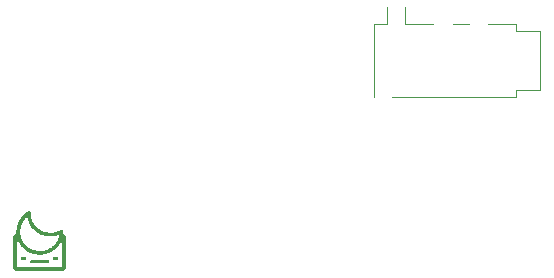
<source format=gbr>
%TF.GenerationSoftware,KiCad,Pcbnew,(6.0.9-0)*%
%TF.CreationDate,2022-12-12T21:53:38+09:00*%
%TF.ProjectId,moonkey,6d6f6f6e-6b65-4792-9e6b-696361645f70,rev?*%
%TF.SameCoordinates,Original*%
%TF.FileFunction,Legend,Bot*%
%TF.FilePolarity,Positive*%
%FSLAX46Y46*%
G04 Gerber Fmt 4.6, Leading zero omitted, Abs format (unit mm)*
G04 Created by KiCad (PCBNEW (6.0.9-0)) date 2022-12-12 21:53:38*
%MOMM*%
%LPD*%
G01*
G04 APERTURE LIST*
%ADD10C,0.000000*%
%ADD11C,0.120000*%
G04 APERTURE END LIST*
D10*
G36*
X117166821Y-149980197D02*
G01*
X117174878Y-149980811D01*
X117182818Y-149981821D01*
X117190631Y-149983218D01*
X117198308Y-149984993D01*
X117205839Y-149987133D01*
X117213213Y-149989631D01*
X117220420Y-149992476D01*
X117227451Y-149995657D01*
X117234296Y-149999165D01*
X117240944Y-150002990D01*
X117247385Y-150007121D01*
X117253610Y-150011549D01*
X117259608Y-150016264D01*
X117265369Y-150021256D01*
X117270884Y-150026514D01*
X117276143Y-150032029D01*
X117281134Y-150037790D01*
X117285849Y-150043788D01*
X117290277Y-150050013D01*
X117294409Y-150056454D01*
X117298233Y-150063102D01*
X117301741Y-150069947D01*
X117304923Y-150076978D01*
X117307767Y-150084185D01*
X117310265Y-150091560D01*
X117312406Y-150099090D01*
X117314180Y-150106767D01*
X117315577Y-150114581D01*
X117316588Y-150122521D01*
X117317201Y-150130577D01*
X117317408Y-150138740D01*
X117317201Y-150146906D01*
X117316588Y-150154964D01*
X117315577Y-150162906D01*
X117314180Y-150170721D01*
X117312406Y-150178399D01*
X117310265Y-150185931D01*
X117307767Y-150193306D01*
X117304923Y-150200514D01*
X117301741Y-150207545D01*
X117298233Y-150214390D01*
X117294409Y-150221038D01*
X117290277Y-150227479D01*
X117285849Y-150233704D01*
X117281134Y-150239701D01*
X117276143Y-150245462D01*
X117270884Y-150250977D01*
X117265369Y-150256234D01*
X117259608Y-150261225D01*
X117253610Y-150265939D01*
X117247385Y-150270366D01*
X117240944Y-150274497D01*
X117234296Y-150278321D01*
X117227451Y-150281828D01*
X117220420Y-150285009D01*
X117213213Y-150287852D01*
X117205839Y-150290349D01*
X117198308Y-150292490D01*
X117190631Y-150294263D01*
X117182818Y-150295660D01*
X117174878Y-150296670D01*
X117166821Y-150297283D01*
X117158658Y-150297490D01*
X116999908Y-150297490D01*
X116991743Y-150297283D01*
X116983684Y-150296670D01*
X116975743Y-150295660D01*
X116967928Y-150294263D01*
X116960249Y-150292490D01*
X116952718Y-150290349D01*
X116945343Y-150287852D01*
X116938135Y-150285009D01*
X116931103Y-150281828D01*
X116924259Y-150278321D01*
X116917611Y-150274497D01*
X116911169Y-150270366D01*
X116904945Y-150265939D01*
X116898947Y-150261225D01*
X116893186Y-150256234D01*
X116887672Y-150250977D01*
X116882414Y-150245462D01*
X116877424Y-150239701D01*
X116872709Y-150233704D01*
X116868282Y-150227479D01*
X116864152Y-150221038D01*
X116860328Y-150214390D01*
X116856820Y-150207545D01*
X116853640Y-150200514D01*
X116850796Y-150193306D01*
X116848299Y-150185931D01*
X116846159Y-150178399D01*
X116844385Y-150170721D01*
X116842989Y-150162906D01*
X116841978Y-150154964D01*
X116841365Y-150146906D01*
X116841158Y-150138740D01*
X116841365Y-150130577D01*
X116841978Y-150122521D01*
X116842989Y-150114581D01*
X116844385Y-150106767D01*
X116846159Y-150099090D01*
X116848299Y-150091560D01*
X116850796Y-150084185D01*
X116853640Y-150076978D01*
X116856820Y-150069947D01*
X116860328Y-150063102D01*
X116864152Y-150056454D01*
X116868282Y-150050013D01*
X116872709Y-150043788D01*
X116877424Y-150037790D01*
X116882414Y-150032029D01*
X116887672Y-150026514D01*
X116893186Y-150021256D01*
X116898947Y-150016264D01*
X116904945Y-150011549D01*
X116911169Y-150007121D01*
X116917611Y-150002990D01*
X116924259Y-149999165D01*
X116931103Y-149995657D01*
X116938135Y-149992476D01*
X116945343Y-149989631D01*
X116952718Y-149987133D01*
X116960249Y-149984993D01*
X116967928Y-149983218D01*
X116975743Y-149981821D01*
X116983684Y-149980811D01*
X116991743Y-149980197D01*
X116999908Y-149979990D01*
X117158658Y-149979990D01*
X117166821Y-149980197D01*
G37*
G36*
X114468071Y-149980197D02*
G01*
X114476128Y-149980811D01*
X114484068Y-149981821D01*
X114491881Y-149983218D01*
X114499558Y-149984993D01*
X114507089Y-149987133D01*
X114514463Y-149989631D01*
X114521671Y-149992476D01*
X114528702Y-149995657D01*
X114535546Y-149999165D01*
X114542194Y-150002990D01*
X114548635Y-150007121D01*
X114554860Y-150011549D01*
X114560858Y-150016264D01*
X114566620Y-150021256D01*
X114572134Y-150026514D01*
X114577393Y-150032029D01*
X114582384Y-150037790D01*
X114587099Y-150043788D01*
X114591527Y-150050013D01*
X114595659Y-150056454D01*
X114599484Y-150063102D01*
X114602992Y-150069947D01*
X114606173Y-150076978D01*
X114609017Y-150084185D01*
X114611515Y-150091560D01*
X114613656Y-150099090D01*
X114615430Y-150106767D01*
X114616827Y-150114581D01*
X114617838Y-150122521D01*
X114618452Y-150130577D01*
X114618658Y-150138740D01*
X114618452Y-150146906D01*
X114617838Y-150154964D01*
X114616827Y-150162906D01*
X114615430Y-150170721D01*
X114613656Y-150178399D01*
X114611515Y-150185931D01*
X114609017Y-150193306D01*
X114606173Y-150200514D01*
X114602992Y-150207545D01*
X114599484Y-150214390D01*
X114595659Y-150221038D01*
X114591527Y-150227479D01*
X114587099Y-150233704D01*
X114582384Y-150239701D01*
X114577393Y-150245462D01*
X114572134Y-150250977D01*
X114566620Y-150256234D01*
X114560858Y-150261225D01*
X114554860Y-150265939D01*
X114548635Y-150270366D01*
X114542194Y-150274497D01*
X114535546Y-150278321D01*
X114528702Y-150281828D01*
X114521671Y-150285009D01*
X114514463Y-150287852D01*
X114507089Y-150290349D01*
X114499558Y-150292490D01*
X114491881Y-150294263D01*
X114484068Y-150295660D01*
X114476128Y-150296670D01*
X114468071Y-150297283D01*
X114459909Y-150297490D01*
X114301158Y-150297490D01*
X114292993Y-150297283D01*
X114284935Y-150296670D01*
X114276993Y-150295660D01*
X114269178Y-150294263D01*
X114261499Y-150292490D01*
X114253968Y-150290349D01*
X114246593Y-150287852D01*
X114239385Y-150285009D01*
X114232353Y-150281828D01*
X114225509Y-150278321D01*
X114218861Y-150274497D01*
X114212419Y-150270366D01*
X114206195Y-150265939D01*
X114200197Y-150261225D01*
X114194436Y-150256234D01*
X114188922Y-150250977D01*
X114183664Y-150245462D01*
X114178674Y-150239701D01*
X114173959Y-150233704D01*
X114169532Y-150227479D01*
X114165401Y-150221038D01*
X114161578Y-150214390D01*
X114158070Y-150207545D01*
X114154890Y-150200514D01*
X114152046Y-150193306D01*
X114149549Y-150185931D01*
X114147409Y-150178399D01*
X114145635Y-150170721D01*
X114144239Y-150162906D01*
X114143228Y-150154964D01*
X114142615Y-150146906D01*
X114142408Y-150138740D01*
X114142615Y-150130577D01*
X114143228Y-150122521D01*
X114144239Y-150114581D01*
X114145635Y-150106767D01*
X114147409Y-150099090D01*
X114149549Y-150091560D01*
X114152046Y-150084185D01*
X114154890Y-150076978D01*
X114158070Y-150069947D01*
X114161578Y-150063102D01*
X114165401Y-150056454D01*
X114169532Y-150050013D01*
X114173959Y-150043788D01*
X114178674Y-150037790D01*
X114183664Y-150032029D01*
X114188922Y-150026514D01*
X114194436Y-150021256D01*
X114200197Y-150016264D01*
X114206195Y-150011549D01*
X114212419Y-150007121D01*
X114218861Y-150002990D01*
X114225509Y-149999165D01*
X114232353Y-149995657D01*
X114239385Y-149992476D01*
X114246593Y-149989631D01*
X114253968Y-149987133D01*
X114261499Y-149984993D01*
X114269178Y-149983218D01*
X114276993Y-149981821D01*
X114284935Y-149980811D01*
X114292993Y-149980197D01*
X114301158Y-149979990D01*
X114459909Y-149979990D01*
X114468071Y-149980197D01*
G37*
G36*
X116373071Y-150244781D02*
G01*
X116381128Y-150245394D01*
X116389068Y-150246405D01*
X116396881Y-150247802D01*
X116404558Y-150249576D01*
X116412089Y-150251717D01*
X116419463Y-150254215D01*
X116426670Y-150257059D01*
X116433701Y-150260240D01*
X116440546Y-150263748D01*
X116447194Y-150267573D01*
X116453635Y-150271705D01*
X116459860Y-150276133D01*
X116465858Y-150280848D01*
X116471620Y-150285839D01*
X116477134Y-150291097D01*
X116482393Y-150296612D01*
X116487384Y-150302374D01*
X116492099Y-150308372D01*
X116496527Y-150314596D01*
X116500659Y-150321038D01*
X116504484Y-150327686D01*
X116507992Y-150334530D01*
X116511173Y-150341561D01*
X116514017Y-150348769D01*
X116516515Y-150356143D01*
X116518656Y-150363673D01*
X116520430Y-150371350D01*
X116521827Y-150379164D01*
X116522838Y-150387104D01*
X116523452Y-150395161D01*
X116523658Y-150403324D01*
X116523452Y-150411489D01*
X116522838Y-150419548D01*
X116521827Y-150427489D01*
X116520430Y-150435304D01*
X116518656Y-150442983D01*
X116516515Y-150450514D01*
X116514017Y-150457889D01*
X116511173Y-150465097D01*
X116507992Y-150472129D01*
X116504484Y-150478974D01*
X116500659Y-150485621D01*
X116496527Y-150492063D01*
X116492099Y-150498287D01*
X116487384Y-150504285D01*
X116482393Y-150510046D01*
X116477134Y-150515560D01*
X116471620Y-150520818D01*
X116465858Y-150525808D01*
X116459860Y-150530523D01*
X116453635Y-150534950D01*
X116447194Y-150539081D01*
X116440546Y-150542904D01*
X116433701Y-150546412D01*
X116426670Y-150549592D01*
X116419463Y-150552436D01*
X116412089Y-150554933D01*
X116404558Y-150557073D01*
X116396881Y-150558847D01*
X116389068Y-150560244D01*
X116381128Y-150561254D01*
X116373071Y-150561867D01*
X116364908Y-150562074D01*
X115094908Y-150562074D01*
X115086743Y-150561867D01*
X115078685Y-150561254D01*
X115070743Y-150560244D01*
X115062928Y-150558847D01*
X115055249Y-150557073D01*
X115047718Y-150554933D01*
X115040343Y-150552436D01*
X115033135Y-150549592D01*
X115026103Y-150546412D01*
X115019259Y-150542904D01*
X115012611Y-150539081D01*
X115006170Y-150534950D01*
X114999945Y-150530523D01*
X114993947Y-150525808D01*
X114988186Y-150520818D01*
X114982672Y-150515560D01*
X114977415Y-150510046D01*
X114972424Y-150504285D01*
X114967710Y-150498287D01*
X114963282Y-150492063D01*
X114959152Y-150485621D01*
X114955328Y-150478974D01*
X114951821Y-150472129D01*
X114948640Y-150465097D01*
X114945796Y-150457889D01*
X114943299Y-150450514D01*
X114941159Y-150442983D01*
X114939386Y-150435304D01*
X114937989Y-150427489D01*
X114936979Y-150419548D01*
X114936365Y-150411489D01*
X114936158Y-150403324D01*
X114936365Y-150395161D01*
X114936979Y-150387104D01*
X114937989Y-150379164D01*
X114939386Y-150371350D01*
X114941159Y-150363673D01*
X114943299Y-150356143D01*
X114945796Y-150348769D01*
X114948640Y-150341561D01*
X114951821Y-150334530D01*
X114955328Y-150327686D01*
X114959152Y-150321038D01*
X114963282Y-150314596D01*
X114967710Y-150308372D01*
X114972424Y-150302374D01*
X114977415Y-150296612D01*
X114982672Y-150291097D01*
X114988186Y-150285839D01*
X114993947Y-150280848D01*
X114999945Y-150276133D01*
X115006170Y-150271705D01*
X115012611Y-150267573D01*
X115019259Y-150263748D01*
X115026103Y-150260240D01*
X115033135Y-150257059D01*
X115040343Y-150254215D01*
X115047718Y-150251717D01*
X115055249Y-150249576D01*
X115062928Y-150247802D01*
X115070743Y-150246405D01*
X115078685Y-150245394D01*
X115086743Y-150244781D01*
X115094908Y-150244574D01*
X116364908Y-150244574D01*
X116373071Y-150244781D01*
G37*
G36*
X117960271Y-150930552D02*
G01*
X117958126Y-150947412D01*
X117955159Y-150964003D01*
X117951393Y-150980305D01*
X117946849Y-150996295D01*
X117941546Y-151011952D01*
X117935508Y-151027255D01*
X117928755Y-151042184D01*
X117921308Y-151056716D01*
X117913189Y-151070831D01*
X117904418Y-151084507D01*
X117895018Y-151097723D01*
X117885009Y-151110457D01*
X117874412Y-151122689D01*
X117863250Y-151134397D01*
X117851542Y-151145561D01*
X117839311Y-151156158D01*
X117826577Y-151166167D01*
X117813362Y-151175568D01*
X117799687Y-151184339D01*
X117785574Y-151192458D01*
X117771043Y-151199906D01*
X117756116Y-151206659D01*
X117740814Y-151212697D01*
X117725158Y-151218000D01*
X117709170Y-151222545D01*
X117692871Y-151226311D01*
X117676281Y-151229277D01*
X117659423Y-151231422D01*
X117642318Y-151232724D01*
X117624986Y-151233163D01*
X113834830Y-151233163D01*
X113817496Y-151232724D01*
X113800389Y-151231422D01*
X113783528Y-151229277D01*
X113766937Y-151226311D01*
X113750636Y-151222545D01*
X113734646Y-151218000D01*
X113718989Y-151212697D01*
X113703685Y-151206659D01*
X113688757Y-151199906D01*
X113674224Y-151192458D01*
X113660110Y-151184339D01*
X113646434Y-151175568D01*
X113633218Y-151166167D01*
X113620483Y-151156158D01*
X113608251Y-151145561D01*
X113596543Y-151134397D01*
X113585380Y-151122689D01*
X113574783Y-151110457D01*
X113564773Y-151097723D01*
X113555373Y-151084507D01*
X113546602Y-151070831D01*
X113538482Y-151056716D01*
X113531035Y-151042184D01*
X113524282Y-151027255D01*
X113518243Y-151011952D01*
X113512941Y-150996295D01*
X113508396Y-150980305D01*
X113504630Y-150964003D01*
X113501664Y-150947412D01*
X113499519Y-150930552D01*
X113498216Y-150913444D01*
X113497777Y-150896110D01*
X113834512Y-150896110D01*
X113834514Y-150896140D01*
X113834516Y-150896155D01*
X113834518Y-150896169D01*
X113834522Y-150896184D01*
X113834526Y-150896198D01*
X113834530Y-150896213D01*
X113834542Y-150896241D01*
X113834549Y-150896254D01*
X113834556Y-150896268D01*
X113834564Y-150896281D01*
X113834572Y-150896293D01*
X113834582Y-150896305D01*
X113834591Y-150896317D01*
X113834602Y-150896329D01*
X113834612Y-150896340D01*
X113834636Y-150896360D01*
X113834648Y-150896369D01*
X113834661Y-150896378D01*
X113834674Y-150896386D01*
X113834688Y-150896394D01*
X113834702Y-150896401D01*
X113834717Y-150896407D01*
X113834732Y-150896412D01*
X113834748Y-150896417D01*
X113834763Y-150896421D01*
X113834780Y-150896424D01*
X113834796Y-150896426D01*
X113834813Y-150896428D01*
X117625001Y-150896428D01*
X117625016Y-150896426D01*
X117625030Y-150896424D01*
X117625044Y-150896421D01*
X117625058Y-150896417D01*
X117625072Y-150896412D01*
X117625085Y-150896407D01*
X117625099Y-150896401D01*
X117625111Y-150896394D01*
X117625124Y-150896386D01*
X117625136Y-150896378D01*
X117625148Y-150896369D01*
X117625159Y-150896360D01*
X117625181Y-150896340D01*
X117625191Y-150896329D01*
X117625201Y-150896317D01*
X117625219Y-150896293D01*
X117625227Y-150896281D01*
X117625234Y-150896268D01*
X117625242Y-150896254D01*
X117625248Y-150896241D01*
X117625254Y-150896227D01*
X117625259Y-150896213D01*
X117625264Y-150896198D01*
X117625268Y-150896184D01*
X117625271Y-150896169D01*
X117625274Y-150896155D01*
X117625276Y-150896140D01*
X117625277Y-150896125D01*
X117625277Y-148496710D01*
X117581892Y-148608658D01*
X117531989Y-148717445D01*
X117475778Y-148822799D01*
X117413470Y-148924447D01*
X117345277Y-149022118D01*
X117271409Y-149115537D01*
X117192079Y-149204434D01*
X117107497Y-149288535D01*
X117017874Y-149367568D01*
X116923422Y-149441260D01*
X116824351Y-149509339D01*
X116720874Y-149571532D01*
X116613200Y-149627566D01*
X116501542Y-149677170D01*
X116386111Y-149720070D01*
X116267117Y-149755994D01*
X116169149Y-149779588D01*
X116071072Y-149797986D01*
X115973041Y-149811277D01*
X115875209Y-149819551D01*
X115777730Y-149822897D01*
X115680759Y-149821403D01*
X115584451Y-149815159D01*
X115488959Y-149804253D01*
X115394437Y-149788775D01*
X115301040Y-149768814D01*
X115208922Y-149744459D01*
X115118238Y-149715799D01*
X115029140Y-149682923D01*
X114941785Y-149645920D01*
X114856325Y-149604879D01*
X114772916Y-149559889D01*
X114691711Y-149511039D01*
X114612864Y-149458418D01*
X114536531Y-149402116D01*
X114462864Y-149342221D01*
X114392019Y-149278822D01*
X114324149Y-149212008D01*
X114259409Y-149141870D01*
X114197953Y-149068494D01*
X114139935Y-148991971D01*
X114085509Y-148912390D01*
X114034830Y-148829840D01*
X113988052Y-148744409D01*
X113945329Y-148656187D01*
X113906815Y-148565262D01*
X113872665Y-148471725D01*
X113843032Y-148375663D01*
X113834830Y-148375663D01*
X113834796Y-148375665D01*
X113834780Y-148375667D01*
X113834763Y-148375669D01*
X113834748Y-148375673D01*
X113834732Y-148375676D01*
X113834702Y-148375686D01*
X113834688Y-148375692D01*
X113834674Y-148375699D01*
X113834648Y-148375713D01*
X113834636Y-148375722D01*
X113834624Y-148375730D01*
X113834612Y-148375739D01*
X113834602Y-148375749D01*
X113834591Y-148375759D01*
X113834582Y-148375770D01*
X113834572Y-148375781D01*
X113834564Y-148375792D01*
X113834556Y-148375804D01*
X113834549Y-148375816D01*
X113834542Y-148375829D01*
X113834530Y-148375855D01*
X113834526Y-148375868D01*
X113834518Y-148375896D01*
X113834516Y-148375910D01*
X113834514Y-148375925D01*
X113834513Y-148375939D01*
X113834512Y-148375954D01*
X113834512Y-150896110D01*
X113497777Y-150896110D01*
X113497777Y-148375954D01*
X113498133Y-148360358D01*
X113499188Y-148344943D01*
X113500928Y-148329725D01*
X113503337Y-148314719D01*
X113506401Y-148299940D01*
X113510102Y-148285405D01*
X113514426Y-148271127D01*
X113519358Y-148257124D01*
X113524882Y-148243410D01*
X113530982Y-148230001D01*
X113537644Y-148216912D01*
X113544851Y-148204159D01*
X113552588Y-148191757D01*
X113560840Y-148179722D01*
X113569591Y-148168069D01*
X113578826Y-148156813D01*
X113588529Y-148145970D01*
X113598685Y-148135556D01*
X113609279Y-148125586D01*
X113620294Y-148116075D01*
X113631716Y-148107039D01*
X113643529Y-148098493D01*
X113655718Y-148090453D01*
X113668267Y-148082934D01*
X113681161Y-148075952D01*
X113694384Y-148069521D01*
X113707921Y-148063659D01*
X113721756Y-148058379D01*
X113735874Y-148053698D01*
X113750259Y-148049631D01*
X113764897Y-148046193D01*
X113779771Y-148043400D01*
X113773760Y-147972135D01*
X113770347Y-147900967D01*
X113769503Y-147829959D01*
X113769513Y-147829546D01*
X114086966Y-147829546D01*
X114089510Y-147934089D01*
X114098726Y-148038928D01*
X114102469Y-148067951D01*
X114106735Y-148096971D01*
X114111528Y-148125983D01*
X114116849Y-148154978D01*
X114122701Y-148183949D01*
X114129086Y-148212889D01*
X114136007Y-148241792D01*
X114143466Y-148270650D01*
X114150818Y-148297231D01*
X114158584Y-148323593D01*
X114166762Y-148349737D01*
X114175349Y-148375663D01*
X114203253Y-148451521D01*
X114234579Y-148525326D01*
X114269209Y-148597009D01*
X114307028Y-148666503D01*
X114347917Y-148733741D01*
X114391759Y-148798655D01*
X114438438Y-148861177D01*
X114487837Y-148921240D01*
X114539838Y-148978777D01*
X114594325Y-149033719D01*
X114651180Y-149085999D01*
X114710287Y-149135550D01*
X114771528Y-149182304D01*
X114834786Y-149226194D01*
X114899944Y-149267151D01*
X114966886Y-149305108D01*
X115035494Y-149339998D01*
X115105651Y-149371753D01*
X115177240Y-149400306D01*
X115250144Y-149425589D01*
X115324246Y-149447534D01*
X115399429Y-149466073D01*
X115475576Y-149481140D01*
X115552570Y-149492667D01*
X115630294Y-149500585D01*
X115708631Y-149504828D01*
X115787463Y-149505328D01*
X115866674Y-149502018D01*
X115946147Y-149494829D01*
X116025764Y-149483694D01*
X116105409Y-149468546D01*
X116184964Y-149449316D01*
X116285936Y-149418794D01*
X116383852Y-149382292D01*
X116478530Y-149340048D01*
X116569786Y-149292296D01*
X116657436Y-149239273D01*
X116741299Y-149181215D01*
X116821191Y-149118359D01*
X116896928Y-149050939D01*
X116968328Y-148979194D01*
X117035208Y-148903358D01*
X117097384Y-148823667D01*
X117154673Y-148740358D01*
X117206892Y-148653667D01*
X117253858Y-148563831D01*
X117295388Y-148471084D01*
X117331298Y-148375663D01*
X117341435Y-148345053D01*
X117350987Y-148314207D01*
X117359948Y-148283133D01*
X117368314Y-148251838D01*
X117376079Y-148220330D01*
X117383239Y-148188616D01*
X117389789Y-148156704D01*
X117395724Y-148124600D01*
X117367099Y-148135986D01*
X117338298Y-148146926D01*
X117309326Y-148157418D01*
X117280187Y-148167459D01*
X117250887Y-148177048D01*
X117221431Y-148186181D01*
X117191824Y-148194858D01*
X117162071Y-148203075D01*
X117068469Y-148225727D01*
X116974762Y-148243627D01*
X116881083Y-148256854D01*
X116787569Y-148265485D01*
X116694352Y-148269599D01*
X116601569Y-148269273D01*
X116509354Y-148264584D01*
X116417841Y-148255612D01*
X116327166Y-148242432D01*
X116237463Y-148225124D01*
X116148867Y-148203765D01*
X116061513Y-148178433D01*
X115975535Y-148149206D01*
X115891068Y-148116160D01*
X115808248Y-148079375D01*
X115727208Y-148038928D01*
X115639790Y-147990000D01*
X115554900Y-147936791D01*
X115472720Y-147879406D01*
X115393435Y-147817951D01*
X115317225Y-147752529D01*
X115244274Y-147683248D01*
X115174764Y-147610213D01*
X115108878Y-147533528D01*
X115046798Y-147453299D01*
X114988707Y-147369631D01*
X114934788Y-147282630D01*
X114885222Y-147192401D01*
X114840193Y-147099050D01*
X114799882Y-147002681D01*
X114764473Y-146903400D01*
X114734149Y-146801313D01*
X114726396Y-146771443D01*
X114719113Y-146741468D01*
X114712300Y-146711393D01*
X114705957Y-146681225D01*
X114700086Y-146650971D01*
X114694687Y-146620636D01*
X114689760Y-146590226D01*
X114685306Y-146559748D01*
X114606927Y-146629631D01*
X114533556Y-146703879D01*
X114465311Y-146782202D01*
X114402312Y-146864309D01*
X114344677Y-146949910D01*
X114292526Y-147038713D01*
X114245976Y-147130429D01*
X114205147Y-147224765D01*
X114170158Y-147321432D01*
X114141127Y-147420139D01*
X114118174Y-147520594D01*
X114101417Y-147622508D01*
X114090974Y-147725589D01*
X114086966Y-147829546D01*
X113769513Y-147829546D01*
X113771204Y-147759176D01*
X113775422Y-147688682D01*
X113782131Y-147618543D01*
X113791306Y-147548822D01*
X113802919Y-147479584D01*
X113816944Y-147410893D01*
X113833356Y-147342815D01*
X113852127Y-147275412D01*
X113873232Y-147208751D01*
X113896643Y-147142895D01*
X113922335Y-147077908D01*
X113950282Y-147013856D01*
X113980457Y-146950803D01*
X114012833Y-146888812D01*
X114047385Y-146827950D01*
X114084086Y-146768279D01*
X114122909Y-146709865D01*
X114163829Y-146652773D01*
X114206820Y-146597065D01*
X114251853Y-146542808D01*
X114298905Y-146490066D01*
X114347947Y-146438902D01*
X114398955Y-146389382D01*
X114451900Y-146341569D01*
X114506758Y-146295529D01*
X114563502Y-146251326D01*
X114622105Y-146209024D01*
X114682541Y-146168688D01*
X114744784Y-146130383D01*
X114754175Y-146125259D01*
X114763809Y-146120811D01*
X114773651Y-146117039D01*
X114783669Y-146113945D01*
X114793827Y-146111527D01*
X114804090Y-146109786D01*
X114814426Y-146108722D01*
X114824798Y-146108336D01*
X114835173Y-146108628D01*
X114845517Y-146109598D01*
X114855794Y-146111246D01*
X114865971Y-146113573D01*
X114876014Y-146116578D01*
X114885887Y-146120262D01*
X114895557Y-146124626D01*
X114904990Y-146129668D01*
X114914062Y-146135333D01*
X114922665Y-146141543D01*
X114930781Y-146148268D01*
X114938393Y-146155478D01*
X114945485Y-146163143D01*
X114952038Y-146171233D01*
X114958036Y-146179718D01*
X114963463Y-146188568D01*
X114968300Y-146197753D01*
X114972531Y-146207244D01*
X114976139Y-146217010D01*
X114979106Y-146227021D01*
X114981416Y-146237247D01*
X114983052Y-146247659D01*
X114983996Y-146258226D01*
X114984232Y-146268919D01*
X114984543Y-146325869D01*
X114986799Y-146382726D01*
X114990995Y-146439440D01*
X114997125Y-146495961D01*
X115005181Y-146552240D01*
X115015159Y-146608228D01*
X115027052Y-146663876D01*
X115040853Y-146719133D01*
X115064996Y-146800802D01*
X115093015Y-146880338D01*
X115124777Y-146957666D01*
X115160151Y-147032710D01*
X115199004Y-147105392D01*
X115241204Y-147175638D01*
X115286619Y-147243369D01*
X115335116Y-147308511D01*
X115386564Y-147370986D01*
X115440830Y-147430719D01*
X115497781Y-147487632D01*
X115557285Y-147541651D01*
X115619211Y-147592697D01*
X115683426Y-147640695D01*
X115749797Y-147685569D01*
X115818193Y-147727242D01*
X115888481Y-147765638D01*
X115960528Y-147800680D01*
X116034204Y-147832293D01*
X116109374Y-147860399D01*
X116185908Y-147884923D01*
X116263673Y-147905788D01*
X116342536Y-147922917D01*
X116422366Y-147936235D01*
X116503029Y-147945665D01*
X116584395Y-147951130D01*
X116666329Y-147952555D01*
X116748702Y-147949863D01*
X116831379Y-147942978D01*
X116914229Y-147931822D01*
X116997119Y-147916321D01*
X117079918Y-147896397D01*
X117134663Y-147880714D01*
X117188794Y-147863184D01*
X117242265Y-147843828D01*
X117295031Y-147822664D01*
X117347044Y-147799712D01*
X117398261Y-147774990D01*
X117448634Y-147748519D01*
X117498118Y-147720317D01*
X117507494Y-147715173D01*
X117517117Y-147710706D01*
X117526951Y-147706916D01*
X117536961Y-147703803D01*
X117547114Y-147701368D01*
X117557375Y-147699609D01*
X117567709Y-147698528D01*
X117578082Y-147698125D01*
X117588459Y-147698399D01*
X117598806Y-147699352D01*
X117609088Y-147700982D01*
X117619272Y-147703291D01*
X117629321Y-147706278D01*
X117639202Y-147709944D01*
X117648881Y-147714288D01*
X117658323Y-147719311D01*
X117667405Y-147724957D01*
X117676019Y-147731149D01*
X117684147Y-147737857D01*
X117691771Y-147745052D01*
X117698875Y-147752702D01*
X117705442Y-147760779D01*
X117711454Y-147769252D01*
X117716895Y-147778092D01*
X117721748Y-147787268D01*
X117725994Y-147796750D01*
X117729619Y-147806509D01*
X117732603Y-147816515D01*
X117734931Y-147826737D01*
X117736585Y-147837146D01*
X117737549Y-147847711D01*
X117737804Y-147858403D01*
X117737413Y-147883120D01*
X117736715Y-147907781D01*
X117735713Y-147932382D01*
X117734408Y-147956920D01*
X117732801Y-147981395D01*
X117730895Y-148005802D01*
X117728690Y-148030140D01*
X117726188Y-148054406D01*
X117751353Y-148063451D01*
X117775549Y-148074391D01*
X117798687Y-148087137D01*
X117820677Y-148101597D01*
X117841427Y-148117682D01*
X117849053Y-148124600D01*
X117860847Y-148135301D01*
X117878847Y-148154363D01*
X117895337Y-148174778D01*
X117910225Y-148196456D01*
X117923422Y-148219306D01*
X117934836Y-148243238D01*
X117944378Y-148268160D01*
X117951957Y-148293984D01*
X117957483Y-148320618D01*
X117959447Y-148334210D01*
X117960865Y-148347971D01*
X117961723Y-148361890D01*
X117962012Y-148375954D01*
X117962012Y-150896110D01*
X117961573Y-150913444D01*
X117960271Y-150930552D01*
G37*
D11*
%TO.C,J1*%
X156108000Y-130250000D02*
X153733000Y-130250000D01*
X145583000Y-136450000D02*
X156108000Y-136450000D01*
X156108000Y-135850000D02*
X158108000Y-135850000D01*
X156108000Y-135850000D02*
X156108000Y-136450000D01*
X152083000Y-130250000D02*
X150733000Y-130250000D01*
X156108000Y-130250000D02*
X156108000Y-130850000D01*
X144008000Y-136450000D02*
X144008000Y-130250000D01*
X145133000Y-130250000D02*
X144008000Y-130250000D01*
X156108000Y-130850000D02*
X158108000Y-130850000D01*
X149083000Y-130250000D02*
X146683000Y-130250000D01*
X146683000Y-130250000D02*
X146683000Y-128850000D01*
X145133000Y-130250000D02*
X145133000Y-128850000D01*
X158108000Y-130850000D02*
X158108000Y-135850000D01*
%TD*%
M02*

</source>
